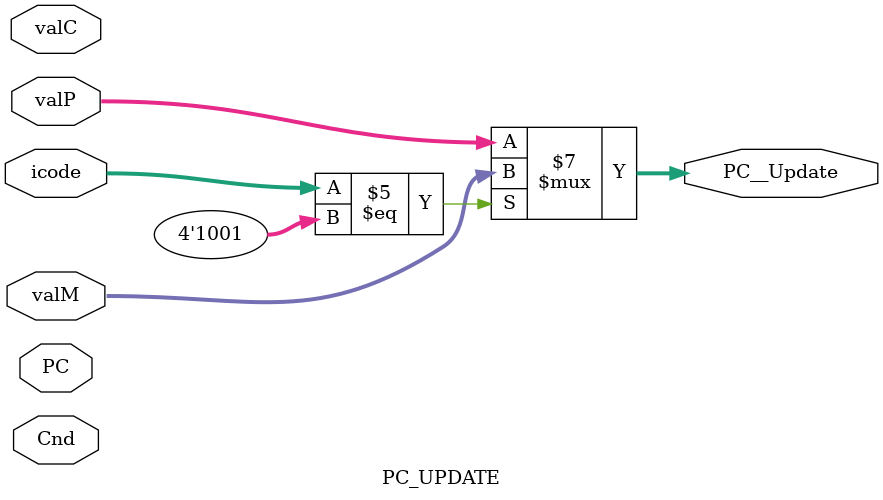
<source format=v>
module PC_UPDATE(valP,valC,valM,Cnd,icode,PC,PC__Update);
  input [63:0] valP; //Incremented PC
  input [63:0] valC; //Insruction Constant
  input [63:0] valM; //Value from Memory
  input Cnd;         //Branch Flag
  input [3:0] icode; //Instruction Code
  input [63:0] PC;   
  output reg [63:0] PC__Update;
  
  
  always@(*) begin 
    if (icode == 4'b0111) begin
      //jxx - jmp, jle, jl, je, jne, jge, and jg
      //Program Counter is set to Dest if branch is taken (Takes valC)
      //Otherwise PC is incremented by 9 (Takes valP) 
      
      if  (Cnd == 1'b1) begin
        PC__Update = valC;
      end
      else begin
        PC__Update = valP;
      end
    end
    
    if (icode == 4'b1000) begin
      //call
      //Program Counter is set to Dest (Takes valC)
      
      PC__Update = valC;
    end
    
    if (icode == 4'b1001) begin
      //ret
      //Program Counter is set to return address (Takes valP)
      
      PC__Update = valM;
    end
    
    else begin
      PC__Update = valP;
    end
  end   
endmodule

</source>
